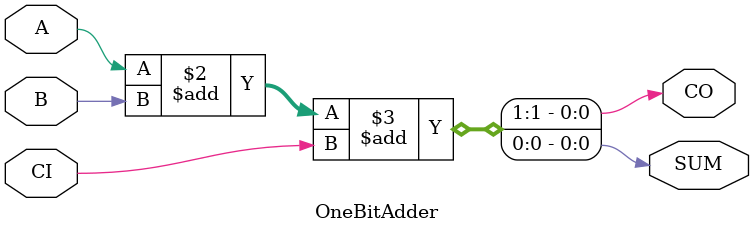
<source format=v>
`timescale 1ns / 1ps

module OneBitAdder(
    input A,
    input B,
    input CI,
    output reg CO,
    output reg SUM
    );
    
    always@(A or B or CI)begin
    {CO, SUM} = A + B + CI;
    end
endmodule

</source>
